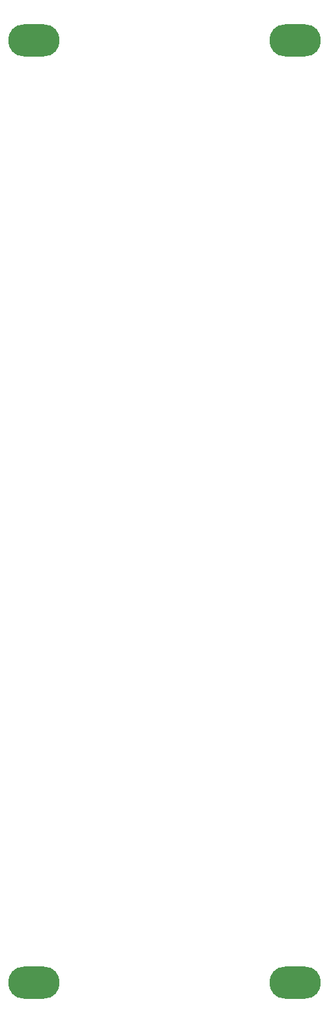
<source format=gbs>
G04 #@! TF.GenerationSoftware,KiCad,Pcbnew,7.0.11-7.0.11~ubuntu22.04.1*
G04 #@! TF.CreationDate,2024-10-19T21:34:47+01:00*
G04 #@! TF.ProjectId,MS20-VCF,4d533230-2d56-4434-962e-6b696361645f,rev?*
G04 #@! TF.SameCoordinates,Original*
G04 #@! TF.FileFunction,Soldermask,Bot*
G04 #@! TF.FilePolarity,Negative*
%FSLAX46Y46*%
G04 Gerber Fmt 4.6, Leading zero omitted, Abs format (unit mm)*
G04 Created by KiCad (PCBNEW 7.0.11-7.0.11~ubuntu22.04.1) date 2024-10-19 21:34:47*
%MOMM*%
%LPD*%
G01*
G04 APERTURE LIST*
%ADD10O,6.700000X4.200000*%
G04 APERTURE END LIST*
D10*
X111000000Y-30000000D03*
X145000000Y-30000000D03*
X145000000Y-152500000D03*
X111000000Y-152500000D03*
M02*

</source>
